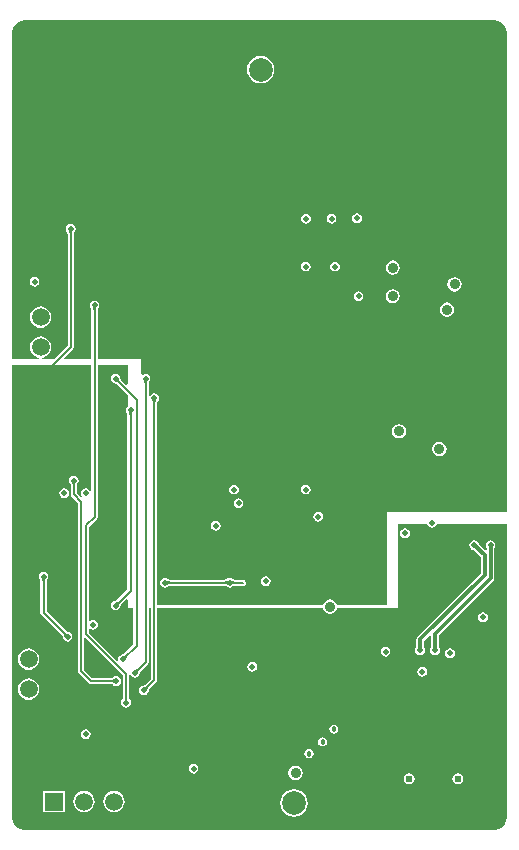
<source format=gbl>
G04*
G04 #@! TF.GenerationSoftware,Altium Limited,Altium Designer,19.0.4 (130)*
G04*
G04 Layer_Physical_Order=4*
G04 Layer_Color=16711680*
%FSLAX25Y25*%
%MOIN*%
G70*
G01*
G75*
%ADD18C,0.00800*%
%ADD43C,0.00827*%
%ADD48C,0.07874*%
%ADD98C,0.01200*%
%ADD100C,0.11811*%
%ADD101C,0.05906*%
%ADD102R,0.05906X0.05906*%
%ADD103R,0.05906X0.05906*%
%ADD104C,0.02441*%
%ADD105O,0.03150X0.07087*%
%ADD106C,0.01600*%
%ADD107C,0.01968*%
%ADD108C,0.02000*%
%ADD109C,0.03500*%
%ADD110C,0.01800*%
G36*
X163005Y270751D02*
X163942Y270363D01*
X164746Y269746D01*
X165363Y268942D01*
X165751Y268005D01*
X165881Y267015D01*
X165878Y267000D01*
X165878Y106900D01*
X126000D01*
Y76063D01*
X109284D01*
X109214Y76417D01*
X108694Y77194D01*
X107917Y77714D01*
X107000Y77896D01*
X106083Y77714D01*
X105306Y77194D01*
X104786Y76417D01*
X104716Y76063D01*
X49409D01*
Y143398D01*
X49439Y143464D01*
X49441Y143543D01*
X49446Y143595D01*
X49454Y143640D01*
X49463Y143678D01*
X49474Y143710D01*
X49485Y143738D01*
X49498Y143761D01*
X49511Y143782D01*
X49527Y143802D01*
X49564Y143842D01*
X49594Y143923D01*
X49897Y144376D01*
X50021Y145000D01*
X49897Y145624D01*
X49543Y146153D01*
X49014Y146507D01*
X48390Y146631D01*
X47765Y146507D01*
X47236Y146153D01*
X47020Y145829D01*
X46520Y145981D01*
Y149898D01*
X46549Y149964D01*
X46551Y150043D01*
X46556Y150095D01*
X46564Y150140D01*
X46573Y150178D01*
X46584Y150210D01*
X46595Y150238D01*
X46608Y150261D01*
X46622Y150283D01*
X46637Y150302D01*
X46674Y150342D01*
X46705Y150423D01*
X47007Y150876D01*
X47131Y151500D01*
X47007Y152124D01*
X46654Y152654D01*
X46124Y153007D01*
X45500Y153131D01*
X44876Y153007D01*
X44500Y152756D01*
X44000Y152966D01*
Y158000D01*
X29520D01*
Y174398D01*
X29549Y174464D01*
X29552Y174543D01*
X29557Y174595D01*
X29564Y174640D01*
X29573Y174678D01*
X29584Y174710D01*
X29595Y174738D01*
X29608Y174761D01*
X29621Y174783D01*
X29637Y174802D01*
X29674Y174842D01*
X29705Y174923D01*
X30007Y175376D01*
X30131Y176000D01*
X30007Y176624D01*
X29653Y177154D01*
X29124Y177507D01*
X28500Y177631D01*
X27876Y177507D01*
X27347Y177154D01*
X26993Y176624D01*
X26869Y176000D01*
X26993Y175376D01*
X27295Y174923D01*
X27326Y174842D01*
X27363Y174802D01*
X27379Y174782D01*
X27392Y174761D01*
X27405Y174738D01*
X27416Y174710D01*
X27427Y174678D01*
X27436Y174640D01*
X27444Y174595D01*
X27448Y174543D01*
X27451Y174464D01*
X27480Y174398D01*
Y158000D01*
X18595D01*
X18404Y158462D01*
X21260Y161318D01*
X21481Y161649D01*
X21559Y162039D01*
Y199859D01*
X21588Y199925D01*
X21591Y200003D01*
X21596Y200055D01*
X21603Y200100D01*
X21612Y200138D01*
X21623Y200171D01*
X21635Y200198D01*
X21647Y200222D01*
X21661Y200243D01*
X21676Y200263D01*
X21714Y200303D01*
X21744Y200384D01*
X22047Y200836D01*
X22171Y201461D01*
X22047Y202085D01*
X21693Y202614D01*
X21164Y202968D01*
X20539Y203092D01*
X19915Y202968D01*
X19386Y202614D01*
X19032Y202085D01*
X18908Y201461D01*
X19032Y200836D01*
X19335Y200384D01*
X19365Y200303D01*
X19402Y200263D01*
X19418Y200243D01*
X19432Y200222D01*
X19444Y200198D01*
X19456Y200171D01*
X19466Y200138D01*
X19476Y200100D01*
X19483Y200055D01*
X19488Y200003D01*
X19490Y199925D01*
X19520Y199859D01*
Y162462D01*
X15058Y158000D01*
X11166D01*
X11134Y158500D01*
X11428Y158539D01*
X12292Y158897D01*
X13034Y159466D01*
X13603Y160208D01*
X13961Y161073D01*
X14083Y162000D01*
X13961Y162927D01*
X13603Y163792D01*
X13034Y164534D01*
X12292Y165103D01*
X11428Y165461D01*
X10500Y165583D01*
X9572Y165461D01*
X8708Y165103D01*
X7966Y164534D01*
X7397Y163792D01*
X7039Y162927D01*
X6917Y162000D01*
X7039Y161073D01*
X7397Y160208D01*
X7966Y159466D01*
X8708Y158897D01*
X9572Y158539D01*
X9866Y158500D01*
X9834Y158000D01*
X1122D01*
Y265000D01*
Y267000D01*
X1119Y267014D01*
X1249Y268005D01*
X1637Y268942D01*
X2254Y269746D01*
X3058Y270363D01*
X3995Y270751D01*
X4986Y270881D01*
X5000Y270878D01*
X162000D01*
X162014Y270881D01*
X163005Y270751D01*
D02*
G37*
G36*
X21182Y200686D02*
X21131Y200620D01*
X21086Y200551D01*
X21047Y200477D01*
X21014Y200399D01*
X20987Y200317D01*
X20966Y200230D01*
X20951Y200139D01*
X20942Y200044D01*
X20939Y199944D01*
X20139D01*
X20136Y200044D01*
X20127Y200139D01*
X20112Y200230D01*
X20091Y200317D01*
X20064Y200399D01*
X20031Y200477D01*
X19992Y200551D01*
X19947Y200620D01*
X19896Y200686D01*
X19839Y200746D01*
X21239D01*
X21182Y200686D01*
D02*
G37*
G36*
X29143Y175225D02*
X29092Y175160D01*
X29047Y175090D01*
X29008Y175016D01*
X28975Y174938D01*
X28948Y174856D01*
X28927Y174769D01*
X28912Y174678D01*
X28903Y174583D01*
X28900Y174484D01*
X28100D01*
X28097Y174583D01*
X28088Y174678D01*
X28073Y174769D01*
X28052Y174856D01*
X28025Y174938D01*
X27992Y175016D01*
X27953Y175090D01*
X27908Y175160D01*
X27857Y175225D01*
X27800Y175286D01*
X29200D01*
X29143Y175225D01*
D02*
G37*
G36*
X36525Y151390D02*
X36534Y151308D01*
X36550Y151227D01*
X36574Y151147D01*
X36605Y151069D01*
X36643Y150991D01*
X36689Y150915D01*
X36743Y150840D01*
X36804Y150766D01*
X36872Y150694D01*
X36296Y150138D01*
X36224Y150206D01*
X36150Y150268D01*
X36075Y150322D01*
X35999Y150368D01*
X35922Y150408D01*
X35843Y150441D01*
X35763Y150466D01*
X35682Y150485D01*
X35600Y150496D01*
X35517Y150500D01*
X36523Y151473D01*
X36525Y151390D01*
D02*
G37*
G36*
X46143Y150725D02*
X46092Y150660D01*
X46047Y150590D01*
X46008Y150516D01*
X45975Y150438D01*
X45948Y150356D01*
X45927Y150269D01*
X45912Y150178D01*
X45903Y150083D01*
X45900Y149984D01*
X45100D01*
X45097Y150083D01*
X45088Y150178D01*
X45073Y150269D01*
X45052Y150356D01*
X45025Y150438D01*
X44992Y150516D01*
X44953Y150590D01*
X44908Y150660D01*
X44857Y150725D01*
X44800Y150786D01*
X46200D01*
X46143Y150725D01*
D02*
G37*
G36*
X39500Y149595D02*
X39038Y149404D01*
X37370Y151071D01*
X37345Y151139D01*
X37291Y151196D01*
X37258Y151236D01*
X37233Y151272D01*
X37213Y151305D01*
X37198Y151334D01*
X37188Y151360D01*
X37181Y151384D01*
X37176Y151407D01*
X37174Y151431D01*
X37173Y151485D01*
X37146Y151547D01*
X37031Y152124D01*
X36677Y152654D01*
X36148Y153007D01*
X35524Y153131D01*
X34899Y153007D01*
X34370Y152654D01*
X34016Y152124D01*
X33892Y151500D01*
X34016Y150876D01*
X34370Y150347D01*
X34899Y149993D01*
X35394Y149894D01*
X35485Y149851D01*
X35540Y149849D01*
X35566Y149845D01*
X35592Y149839D01*
X35620Y149830D01*
X35648Y149819D01*
X35680Y149802D01*
X35714Y149781D01*
X35752Y149754D01*
X35793Y149720D01*
X35851Y149666D01*
X35918Y149640D01*
X39500Y146058D01*
Y142256D01*
X39347Y142154D01*
X38993Y141624D01*
X38869Y141000D01*
X38993Y140376D01*
X39295Y139923D01*
X39326Y139842D01*
X39363Y139802D01*
X39379Y139782D01*
X39392Y139761D01*
X39405Y139738D01*
X39416Y139710D01*
X39427Y139678D01*
X39436Y139640D01*
X39443Y139595D01*
X39448Y139543D01*
X39451Y139464D01*
X39480Y139398D01*
Y81265D01*
X35935Y77720D01*
X35868Y77694D01*
X35811Y77640D01*
X35770Y77607D01*
X35733Y77580D01*
X35700Y77560D01*
X35669Y77544D01*
X35642Y77533D01*
X35616Y77525D01*
X35592Y77520D01*
X35566Y77517D01*
X35512Y77515D01*
X35433Y77479D01*
X34899Y77373D01*
X34370Y77020D01*
X34016Y76490D01*
X33892Y75866D01*
X34016Y75242D01*
X34370Y74713D01*
X34899Y74359D01*
X35524Y74235D01*
X36148Y74359D01*
X36677Y74713D01*
X37031Y75242D01*
X37137Y75776D01*
X37173Y75854D01*
X37174Y75909D01*
X37178Y75934D01*
X37183Y75959D01*
X37191Y75984D01*
X37202Y76012D01*
X37217Y76042D01*
X37238Y76076D01*
X37264Y76113D01*
X37298Y76153D01*
X37352Y76210D01*
X37377Y76278D01*
X39038Y77939D01*
X39500Y77747D01*
Y75000D01*
X41480D01*
Y62922D01*
X38412Y59854D01*
X38344Y59828D01*
X38287Y59774D01*
X38247Y59741D01*
X38210Y59714D01*
X38176Y59694D01*
X38146Y59678D01*
X38118Y59667D01*
X38092Y59659D01*
X38068Y59654D01*
X38043Y59651D01*
X37988Y59649D01*
X37910Y59613D01*
X37376Y59507D01*
X36847Y59153D01*
X36493Y58624D01*
X36369Y58000D01*
X36423Y57726D01*
X35962Y57480D01*
X26575Y66867D01*
Y67927D01*
X27075Y68194D01*
X27376Y67993D01*
X28000Y67869D01*
X28624Y67993D01*
X29153Y68347D01*
X29507Y68876D01*
X29631Y69500D01*
X29507Y70124D01*
X29153Y70653D01*
X28624Y71007D01*
X28000Y71131D01*
X27376Y71007D01*
X27075Y70806D01*
X26575Y71073D01*
Y102133D01*
X29221Y104779D01*
X29442Y105110D01*
X29520Y105500D01*
Y155900D01*
X39500D01*
Y149595D01*
D02*
G37*
G36*
X49033Y144225D02*
X48982Y144160D01*
X48937Y144090D01*
X48898Y144016D01*
X48865Y143938D01*
X48838Y143856D01*
X48817Y143769D01*
X48802Y143678D01*
X48793Y143583D01*
X48790Y143483D01*
X47990D01*
X47987Y143583D01*
X47978Y143678D01*
X47963Y143769D01*
X47942Y143856D01*
X47915Y143938D01*
X47882Y144016D01*
X47843Y144090D01*
X47798Y144160D01*
X47747Y144225D01*
X47690Y144286D01*
X49090D01*
X49033Y144225D01*
D02*
G37*
G36*
X41143Y140225D02*
X41092Y140160D01*
X41047Y140090D01*
X41008Y140016D01*
X40975Y139938D01*
X40948Y139856D01*
X40927Y139769D01*
X40912Y139678D01*
X40903Y139583D01*
X40900Y139483D01*
X40100D01*
X40097Y139583D01*
X40088Y139678D01*
X40073Y139769D01*
X40052Y139856D01*
X40025Y139938D01*
X39992Y140016D01*
X39953Y140090D01*
X39908Y140160D01*
X39857Y140225D01*
X39800Y140286D01*
X41200D01*
X41143Y140225D01*
D02*
G37*
G36*
X22260Y116725D02*
X22209Y116660D01*
X22164Y116590D01*
X22125Y116516D01*
X22092Y116438D01*
X22065Y116356D01*
X22044Y116269D01*
X22029Y116178D01*
X22020Y116083D01*
X22017Y115983D01*
X21217D01*
X21214Y116083D01*
X21205Y116178D01*
X21190Y116269D01*
X21169Y116356D01*
X21142Y116438D01*
X21109Y116516D01*
X21070Y116590D01*
X21025Y116660D01*
X20974Y116725D01*
X20917Y116786D01*
X22317D01*
X22260Y116725D01*
D02*
G37*
G36*
X27480Y114230D02*
X26980Y114087D01*
X26709Y114493D01*
X26179Y114847D01*
X25555Y114971D01*
X24931Y114847D01*
X24402Y114493D01*
X24048Y113964D01*
X23924Y113340D01*
X24048Y112716D01*
X24279Y112371D01*
X23890Y112052D01*
X22637Y113305D01*
Y115898D01*
X22666Y115964D01*
X22669Y116043D01*
X22674Y116095D01*
X22681Y116140D01*
X22690Y116178D01*
X22701Y116210D01*
X22713Y116238D01*
X22725Y116261D01*
X22739Y116282D01*
X22754Y116302D01*
X22792Y116342D01*
X22822Y116423D01*
X23124Y116876D01*
X23248Y117500D01*
X23124Y118124D01*
X22771Y118654D01*
X22241Y119007D01*
X21617Y119131D01*
X20993Y119007D01*
X20464Y118654D01*
X20110Y118124D01*
X19986Y117500D01*
X20110Y116876D01*
X20413Y116423D01*
X20443Y116342D01*
X20480Y116302D01*
X20496Y116282D01*
X20509Y116261D01*
X20522Y116238D01*
X20533Y116210D01*
X20544Y116178D01*
X20553Y116140D01*
X20561Y116095D01*
X20566Y116043D01*
X20568Y115964D01*
X20597Y115898D01*
Y112883D01*
X20675Y112493D01*
X20896Y112162D01*
X22980Y110078D01*
Y54000D01*
X23058Y53610D01*
X23279Y53279D01*
X26576Y49982D01*
X26907Y49761D01*
X27297Y49684D01*
X34125D01*
X34191Y49654D01*
X34269Y49652D01*
X34322Y49647D01*
X34366Y49639D01*
X34405Y49630D01*
X34437Y49619D01*
X34464Y49608D01*
X34488Y49595D01*
X34509Y49582D01*
X34529Y49566D01*
X34569Y49529D01*
X34650Y49499D01*
X35102Y49196D01*
X35727Y49072D01*
X36351Y49196D01*
X36880Y49550D01*
X37234Y50079D01*
X37358Y50703D01*
X37234Y51327D01*
X36880Y51857D01*
X36351Y52210D01*
X35727Y52334D01*
X35102Y52210D01*
X34650Y51908D01*
X34569Y51877D01*
X34529Y51840D01*
X34509Y51825D01*
X34488Y51811D01*
X34464Y51798D01*
X34437Y51787D01*
X34405Y51776D01*
X34366Y51767D01*
X34322Y51760D01*
X34269Y51755D01*
X34191Y51752D01*
X34125Y51723D01*
X27719D01*
X25020Y54422D01*
Y64885D01*
X25482Y65077D01*
X37980Y52578D01*
Y45102D01*
X37951Y45036D01*
X37949Y44957D01*
X37944Y44905D01*
X37936Y44860D01*
X37927Y44822D01*
X37916Y44790D01*
X37905Y44762D01*
X37892Y44739D01*
X37879Y44717D01*
X37863Y44698D01*
X37826Y44658D01*
X37795Y44577D01*
X37493Y44124D01*
X37369Y43500D01*
X37493Y42876D01*
X37846Y42347D01*
X38376Y41993D01*
X39000Y41869D01*
X39624Y41993D01*
X40154Y42347D01*
X40507Y42876D01*
X40631Y43500D01*
X40507Y44124D01*
X40205Y44577D01*
X40174Y44658D01*
X40137Y44698D01*
X40121Y44718D01*
X40108Y44739D01*
X40095Y44762D01*
X40084Y44790D01*
X40073Y44822D01*
X40064Y44860D01*
X40056Y44905D01*
X40051Y44957D01*
X40049Y45036D01*
X40020Y45102D01*
Y52602D01*
X40520Y52718D01*
X40799Y52299D01*
X41328Y51946D01*
X41953Y51821D01*
X42577Y51946D01*
X43106Y52299D01*
X43460Y52829D01*
X43566Y53363D01*
X43602Y53441D01*
X43604Y53496D01*
X43607Y53521D01*
X43612Y53545D01*
X43620Y53571D01*
X43631Y53598D01*
X43646Y53629D01*
X43667Y53662D01*
X43693Y53699D01*
X43727Y53740D01*
X43781Y53797D01*
X43806Y53864D01*
X46221Y56279D01*
X46442Y56610D01*
X46520Y57000D01*
Y75000D01*
X47370D01*
Y51407D01*
X45364Y49401D01*
X45297Y49375D01*
X45240Y49321D01*
X45199Y49288D01*
X45162Y49261D01*
X45129Y49241D01*
X45098Y49226D01*
X45071Y49214D01*
X45045Y49206D01*
X45021Y49201D01*
X44996Y49198D01*
X44941Y49196D01*
X44862Y49161D01*
X44328Y49054D01*
X43799Y48701D01*
X43446Y48171D01*
X43321Y47547D01*
X43446Y46923D01*
X43799Y46394D01*
X44328Y46040D01*
X44953Y45916D01*
X45577Y46040D01*
X46106Y46394D01*
X46460Y46923D01*
X46566Y47457D01*
X46602Y47535D01*
X46604Y47590D01*
X46607Y47615D01*
X46612Y47640D01*
X46620Y47665D01*
X46631Y47693D01*
X46646Y47723D01*
X46667Y47757D01*
X46693Y47794D01*
X46727Y47834D01*
X46781Y47892D01*
X46806Y47959D01*
X49111Y50263D01*
X49332Y50594D01*
X49409Y50984D01*
Y75000D01*
X104703D01*
X104786Y74583D01*
X105306Y73806D01*
X106083Y73286D01*
X107000Y73104D01*
X107917Y73286D01*
X108694Y73806D01*
X109214Y74583D01*
X109297Y75000D01*
X129800D01*
Y103000D01*
X139468D01*
X139493Y102876D01*
X139847Y102347D01*
X140376Y101993D01*
X141000Y101869D01*
X141624Y101993D01*
X142154Y102347D01*
X142507Y102876D01*
X142532Y103000D01*
X165878D01*
Y5000D01*
X165881Y4986D01*
X165751Y3995D01*
X165363Y3058D01*
X164746Y2254D01*
X163942Y1637D01*
X163005Y1249D01*
X162014Y1119D01*
X162000Y1122D01*
X5499D01*
X5490Y1122D01*
X5000Y1122D01*
X4524Y1179D01*
X3995Y1249D01*
X3058Y1637D01*
X2254Y2254D01*
X1637Y3058D01*
X1249Y3995D01*
X1119Y4986D01*
X1122Y5000D01*
Y155900D01*
X27480D01*
Y114230D01*
D02*
G37*
G36*
X36879Y76656D02*
X36810Y76583D01*
X36750Y76509D01*
X36696Y76434D01*
X36649Y76358D01*
X36610Y76281D01*
X36578Y76202D01*
X36554Y76123D01*
X36536Y76042D01*
X36526Y75960D01*
X36524Y75876D01*
X35534Y76866D01*
X35617Y76869D01*
X35699Y76879D01*
X35780Y76896D01*
X35860Y76921D01*
X35939Y76953D01*
X36016Y76992D01*
X36092Y77038D01*
X36167Y77092D01*
X36241Y77153D01*
X36313Y77221D01*
X36879Y76656D01*
D02*
G37*
G36*
X39355Y58789D02*
X39287Y58717D01*
X39226Y58643D01*
X39172Y58568D01*
X39126Y58492D01*
X39087Y58415D01*
X39055Y58336D01*
X39030Y58257D01*
X39013Y58176D01*
X39003Y58093D01*
X39000Y58010D01*
X38010Y59000D01*
X38093Y59003D01*
X38176Y59013D01*
X38257Y59030D01*
X38336Y59055D01*
X38415Y59087D01*
X38492Y59126D01*
X38568Y59172D01*
X38643Y59226D01*
X38717Y59287D01*
X38789Y59355D01*
X39355Y58789D01*
D02*
G37*
G36*
X43308Y54242D02*
X43240Y54170D01*
X43179Y54096D01*
X43125Y54021D01*
X43079Y53945D01*
X43039Y53868D01*
X43007Y53789D01*
X42983Y53709D01*
X42966Y53628D01*
X42955Y53546D01*
X42953Y53463D01*
X41963Y54453D01*
X42046Y54456D01*
X42128Y54466D01*
X42209Y54483D01*
X42289Y54507D01*
X42368Y54539D01*
X42445Y54579D01*
X42521Y54625D01*
X42596Y54679D01*
X42670Y54740D01*
X42742Y54808D01*
X43308Y54242D01*
D02*
G37*
G36*
X35013Y50003D02*
X34952Y50060D01*
X34886Y50111D01*
X34817Y50156D01*
X34743Y50195D01*
X34665Y50228D01*
X34583Y50255D01*
X34496Y50276D01*
X34405Y50291D01*
X34310Y50300D01*
X34210Y50303D01*
Y51103D01*
X34310Y51106D01*
X34405Y51115D01*
X34496Y51130D01*
X34583Y51151D01*
X34665Y51178D01*
X34743Y51211D01*
X34817Y51250D01*
X34886Y51295D01*
X34952Y51346D01*
X35013Y51403D01*
Y50003D01*
D02*
G37*
G36*
X46308Y48337D02*
X46240Y48264D01*
X46179Y48191D01*
X46125Y48116D01*
X46079Y48039D01*
X46039Y47962D01*
X46007Y47884D01*
X45983Y47804D01*
X45966Y47723D01*
X45956Y47641D01*
X45953Y47557D01*
X44963Y48547D01*
X45046Y48550D01*
X45128Y48560D01*
X45209Y48577D01*
X45289Y48602D01*
X45368Y48634D01*
X45445Y48673D01*
X45521Y48719D01*
X45596Y48773D01*
X45670Y48834D01*
X45742Y48902D01*
X46308Y48337D01*
D02*
G37*
G36*
X39403Y44917D02*
X39412Y44822D01*
X39427Y44731D01*
X39448Y44644D01*
X39475Y44562D01*
X39508Y44484D01*
X39547Y44410D01*
X39592Y44340D01*
X39643Y44275D01*
X39700Y44214D01*
X38300D01*
X38357Y44275D01*
X38408Y44340D01*
X38453Y44410D01*
X38492Y44484D01*
X38525Y44562D01*
X38552Y44644D01*
X38573Y44731D01*
X38588Y44822D01*
X38597Y44917D01*
X38600Y45017D01*
X39400D01*
X39403Y44917D01*
D02*
G37*
%LPC*%
G36*
X83890Y259076D02*
X82705Y258920D01*
X81602Y258463D01*
X80654Y257736D01*
X79927Y256788D01*
X79470Y255684D01*
X79314Y254500D01*
X79470Y253316D01*
X79927Y252212D01*
X80654Y251264D01*
X81602Y250537D01*
X82705Y250080D01*
X83890Y249924D01*
X85074Y250080D01*
X86178Y250537D01*
X87126Y251264D01*
X87853Y252212D01*
X88310Y253316D01*
X88466Y254500D01*
X88310Y255684D01*
X87853Y256788D01*
X87126Y257736D01*
X86178Y258463D01*
X85074Y258920D01*
X83890Y259076D01*
D02*
G37*
G36*
X116000Y206631D02*
X115376Y206507D01*
X114847Y206153D01*
X114493Y205624D01*
X114369Y205000D01*
X114493Y204376D01*
X114847Y203847D01*
X115376Y203493D01*
X116000Y203369D01*
X116624Y203493D01*
X117154Y203847D01*
X117507Y204376D01*
X117631Y205000D01*
X117507Y205624D01*
X117154Y206153D01*
X116624Y206507D01*
X116000Y206631D01*
D02*
G37*
G36*
X107500Y206383D02*
X106876Y206259D01*
X106346Y205906D01*
X105993Y205376D01*
X105869Y204752D01*
X105993Y204128D01*
X106346Y203598D01*
X106876Y203245D01*
X107500Y203121D01*
X108124Y203245D01*
X108653Y203598D01*
X109007Y204128D01*
X109131Y204752D01*
X109007Y205376D01*
X108653Y205906D01*
X108124Y206259D01*
X107500Y206383D01*
D02*
G37*
G36*
X99000D02*
X98376Y206259D01*
X97847Y205906D01*
X97493Y205376D01*
X97369Y204752D01*
X97493Y204128D01*
X97847Y203598D01*
X98376Y203245D01*
X99000Y203121D01*
X99624Y203245D01*
X100154Y203598D01*
X100507Y204128D01*
X100631Y204752D01*
X100507Y205376D01*
X100154Y205906D01*
X99624Y206259D01*
X99000Y206383D01*
D02*
G37*
G36*
X108661Y190470D02*
X108037Y190346D01*
X107508Y189992D01*
X107154Y189463D01*
X107030Y188839D01*
X107154Y188214D01*
X107508Y187685D01*
X108037Y187331D01*
X108661Y187207D01*
X109286Y187331D01*
X109815Y187685D01*
X110169Y188214D01*
X110293Y188839D01*
X110169Y189463D01*
X109815Y189992D01*
X109286Y190346D01*
X108661Y190470D01*
D02*
G37*
G36*
X98968D02*
X98344Y190346D01*
X97815Y189992D01*
X97461Y189463D01*
X97337Y188839D01*
X97461Y188214D01*
X97815Y187685D01*
X98344Y187331D01*
X98968Y187207D01*
X99593Y187331D01*
X100122Y187685D01*
X100476Y188214D01*
X100600Y188839D01*
X100476Y189463D01*
X100122Y189992D01*
X99593Y190346D01*
X98968Y190470D01*
D02*
G37*
G36*
X127894Y190896D02*
X126977Y190714D01*
X126199Y190194D01*
X125680Y189417D01*
X125498Y188500D01*
X125680Y187583D01*
X126199Y186806D01*
X126977Y186286D01*
X127894Y186104D01*
X128811Y186286D01*
X129588Y186806D01*
X130107Y187583D01*
X130290Y188500D01*
X130107Y189417D01*
X129588Y190194D01*
X128811Y190714D01*
X127894Y190896D01*
D02*
G37*
G36*
X8508Y185360D02*
X7884Y185236D01*
X7354Y184882D01*
X7001Y184353D01*
X6876Y183728D01*
X7001Y183104D01*
X7354Y182575D01*
X7884Y182221D01*
X8508Y182097D01*
X9132Y182221D01*
X9661Y182575D01*
X10015Y183104D01*
X10139Y183728D01*
X10015Y184353D01*
X9661Y184882D01*
X9132Y185236D01*
X8508Y185360D01*
D02*
G37*
G36*
X148500Y185302D02*
X147583Y185119D01*
X146806Y184600D01*
X146286Y183822D01*
X146104Y182905D01*
X146286Y181989D01*
X146806Y181211D01*
X147583Y180692D01*
X148500Y180509D01*
X149417Y180692D01*
X150194Y181211D01*
X150714Y181989D01*
X150896Y182905D01*
X150714Y183822D01*
X150194Y184600D01*
X149417Y185119D01*
X148500Y185302D01*
D02*
G37*
G36*
X116500Y180600D02*
X115876Y180476D01*
X115347Y180122D01*
X114993Y179593D01*
X114869Y178969D01*
X114993Y178344D01*
X115347Y177815D01*
X115876Y177461D01*
X116500Y177337D01*
X117124Y177461D01*
X117654Y177815D01*
X118007Y178344D01*
X118131Y178969D01*
X118007Y179593D01*
X117654Y180122D01*
X117124Y180476D01*
X116500Y180600D01*
D02*
G37*
G36*
X127894Y181365D02*
X126977Y181182D01*
X126199Y180663D01*
X125680Y179885D01*
X125498Y178969D01*
X125680Y178052D01*
X126199Y177274D01*
X126977Y176755D01*
X127894Y176573D01*
X128811Y176755D01*
X129588Y177274D01*
X130107Y178052D01*
X130290Y178969D01*
X130107Y179885D01*
X129588Y180663D01*
X128811Y181182D01*
X127894Y181365D01*
D02*
G37*
G36*
X146000Y176896D02*
X145083Y176714D01*
X144306Y176194D01*
X143786Y175417D01*
X143604Y174500D01*
X143786Y173583D01*
X144306Y172806D01*
X145083Y172286D01*
X146000Y172104D01*
X146917Y172286D01*
X147694Y172806D01*
X148214Y173583D01*
X148396Y174500D01*
X148214Y175417D01*
X147694Y176194D01*
X146917Y176714D01*
X146000Y176896D01*
D02*
G37*
G36*
X10500Y175583D02*
X9572Y175461D01*
X8708Y175103D01*
X7966Y174534D01*
X7397Y173792D01*
X7039Y172927D01*
X6917Y172000D01*
X7039Y171073D01*
X7397Y170208D01*
X7966Y169466D01*
X8708Y168897D01*
X9572Y168539D01*
X10500Y168417D01*
X11428Y168539D01*
X12292Y168897D01*
X13034Y169466D01*
X13603Y170208D01*
X13961Y171073D01*
X14083Y172000D01*
X13961Y172927D01*
X13603Y173792D01*
X13034Y174534D01*
X12292Y175103D01*
X11428Y175461D01*
X10500Y175583D01*
D02*
G37*
G36*
X130032Y136365D02*
X129115Y136182D01*
X128337Y135663D01*
X127818Y134885D01*
X127635Y133968D01*
X127818Y133052D01*
X128337Y132274D01*
X129115Y131755D01*
X130032Y131572D01*
X130948Y131755D01*
X131726Y132274D01*
X132245Y133052D01*
X132428Y133968D01*
X132245Y134885D01*
X131726Y135663D01*
X130948Y136182D01*
X130032Y136365D01*
D02*
G37*
G36*
X143437Y130459D02*
X142520Y130277D01*
X141743Y129757D01*
X141223Y128980D01*
X141041Y128063D01*
X141223Y127146D01*
X141743Y126369D01*
X142520Y125849D01*
X143437Y125667D01*
X144354Y125849D01*
X145131Y126369D01*
X145651Y127146D01*
X145833Y128063D01*
X145651Y128980D01*
X145131Y129757D01*
X144354Y130277D01*
X143437Y130459D01*
D02*
G37*
G36*
X98968Y116163D02*
X98344Y116039D01*
X97815Y115685D01*
X97461Y115156D01*
X97337Y114532D01*
X97461Y113907D01*
X97815Y113378D01*
X98344Y113024D01*
X98968Y112900D01*
X99593Y113024D01*
X100122Y113378D01*
X100476Y113907D01*
X100600Y114532D01*
X100476Y115156D01*
X100122Y115685D01*
X99593Y116039D01*
X98968Y116163D01*
D02*
G37*
G36*
X75000D02*
X74376Y116039D01*
X73847Y115685D01*
X73493Y115156D01*
X73369Y114532D01*
X73493Y113907D01*
X73847Y113378D01*
X74376Y113024D01*
X75000Y112900D01*
X75624Y113024D01*
X76153Y113378D01*
X76507Y113907D01*
X76631Y114532D01*
X76507Y115156D01*
X76153Y115685D01*
X75624Y116039D01*
X75000Y116163D01*
D02*
G37*
G36*
X76500Y111631D02*
X75876Y111507D01*
X75346Y111153D01*
X74993Y110624D01*
X74869Y110000D01*
X74993Y109376D01*
X75346Y108846D01*
X75876Y108493D01*
X76500Y108369D01*
X77124Y108493D01*
X77653Y108846D01*
X78007Y109376D01*
X78131Y110000D01*
X78007Y110624D01*
X77653Y111153D01*
X77124Y111507D01*
X76500Y111631D01*
D02*
G37*
G36*
X103032Y107131D02*
X102407Y107007D01*
X101878Y106653D01*
X101524Y106124D01*
X101400Y105500D01*
X101524Y104876D01*
X101878Y104347D01*
X102407Y103993D01*
X103032Y103869D01*
X103656Y103993D01*
X104185Y104347D01*
X104539Y104876D01*
X104663Y105500D01*
X104539Y106124D01*
X104185Y106653D01*
X103656Y107007D01*
X103032Y107131D01*
D02*
G37*
G36*
X68968Y104100D02*
X68344Y103976D01*
X67815Y103622D01*
X67461Y103093D01*
X67337Y102469D01*
X67461Y101844D01*
X67815Y101315D01*
X68344Y100961D01*
X68968Y100837D01*
X69593Y100961D01*
X70122Y101315D01*
X70476Y101844D01*
X70600Y102469D01*
X70476Y103093D01*
X70122Y103622D01*
X69593Y103976D01*
X68968Y104100D01*
D02*
G37*
G36*
X73500Y85131D02*
X72876Y85007D01*
X72369Y84669D01*
X72315Y84647D01*
X72277Y84610D01*
X72259Y84595D01*
X72240Y84582D01*
X72219Y84570D01*
X72193Y84560D01*
X72163Y84549D01*
X72126Y84540D01*
X72083Y84533D01*
X72032Y84528D01*
X71953Y84526D01*
X71888Y84496D01*
X53591D01*
X53525Y84526D01*
X53446Y84528D01*
X53393Y84533D01*
X53346Y84540D01*
X53306Y84550D01*
X53272Y84561D01*
X53242Y84573D01*
X53217Y84586D01*
X53193Y84600D01*
X53172Y84617D01*
X53130Y84654D01*
X53030Y84689D01*
X52624Y84960D01*
X52000Y85084D01*
X51376Y84960D01*
X50846Y84606D01*
X50493Y84077D01*
X50369Y83453D01*
X50493Y82828D01*
X50846Y82299D01*
X51376Y81946D01*
X52000Y81821D01*
X52624Y81946D01*
X53131Y82284D01*
X53185Y82306D01*
X53223Y82343D01*
X53241Y82358D01*
X53260Y82371D01*
X53281Y82382D01*
X53307Y82393D01*
X53337Y82403D01*
X53373Y82412D01*
X53417Y82420D01*
X53468Y82425D01*
X53547Y82427D01*
X53612Y82457D01*
X71909D01*
X71975Y82427D01*
X72054Y82425D01*
X72107Y82420D01*
X72154Y82412D01*
X72194Y82403D01*
X72228Y82392D01*
X72258Y82380D01*
X72283Y82367D01*
X72307Y82353D01*
X72328Y82336D01*
X72370Y82299D01*
X72470Y82264D01*
X72876Y81993D01*
X73500Y81869D01*
X74124Y81993D01*
X74530Y82264D01*
X74630Y82299D01*
X74672Y82336D01*
X74693Y82353D01*
X74717Y82367D01*
X74742Y82380D01*
X74772Y82392D01*
X74806Y82403D01*
X74846Y82412D01*
X74893Y82420D01*
X74946Y82425D01*
X75025Y82427D01*
X75091Y82457D01*
X77976D01*
X78367Y82534D01*
X78697Y82755D01*
X78918Y83086D01*
X78996Y83476D01*
X78918Y83867D01*
X78697Y84197D01*
X78674Y84221D01*
X78343Y84442D01*
X77953Y84520D01*
X75102D01*
X75036Y84549D01*
X74957Y84552D01*
X74905Y84556D01*
X74860Y84564D01*
X74822Y84573D01*
X74790Y84584D01*
X74762Y84595D01*
X74739Y84608D01*
X74717Y84622D01*
X74698Y84637D01*
X74658Y84674D01*
X74577Y84705D01*
X74124Y85007D01*
X73500Y85131D01*
D02*
G37*
G36*
X85563Y85600D02*
X84939Y85476D01*
X84409Y85122D01*
X84056Y84593D01*
X83932Y83969D01*
X84056Y83344D01*
X84409Y82815D01*
X84939Y82461D01*
X85563Y82337D01*
X86187Y82461D01*
X86717Y82815D01*
X87070Y83344D01*
X87194Y83969D01*
X87070Y84593D01*
X86717Y85122D01*
X86187Y85476D01*
X85563Y85600D01*
D02*
G37*
%LPD*%
G36*
X74275Y84143D02*
X74340Y84092D01*
X74410Y84047D01*
X74484Y84008D01*
X74562Y83975D01*
X74644Y83948D01*
X74731Y83927D01*
X74822Y83912D01*
X74917Y83903D01*
X75016Y83900D01*
Y83877D01*
X75027Y83876D01*
X75016Y83491D01*
Y83100D01*
X75006Y83100D01*
X75006Y83076D01*
X74906Y83074D01*
X74811Y83065D01*
X74720Y83050D01*
X74633Y83030D01*
X74550Y83003D01*
X74471Y82971D01*
X74397Y82933D01*
X74326Y82889D01*
X74260Y82839D01*
X74197Y82783D01*
X73500Y83467D01*
X72803Y82783D01*
X72740Y82839D01*
X72674Y82889D01*
X72603Y82933D01*
X72529Y82971D01*
X72450Y83003D01*
X72367Y83030D01*
X72280Y83050D01*
X72189Y83065D01*
X72094Y83074D01*
X71994Y83076D01*
X71974Y83876D01*
X72073Y83879D01*
X72168Y83889D01*
X72259Y83904D01*
X72345Y83925D01*
X72427Y83953D01*
X72505Y83987D01*
X72578Y84027D01*
X72646Y84073D01*
X72710Y84125D01*
X72769Y84183D01*
X73500Y83467D01*
X74214Y84167D01*
Y84200D01*
X74275Y84143D01*
D02*
G37*
G36*
X52760Y84114D02*
X52826Y84064D01*
X52897Y84020D01*
X52971Y83982D01*
X53050Y83950D01*
X53133Y83923D01*
X53220Y83903D01*
X53311Y83888D01*
X53406Y83879D01*
X53506Y83876D01*
X53527Y83076D01*
X53427Y83073D01*
X53332Y83064D01*
X53241Y83049D01*
X53155Y83027D01*
X53073Y83000D01*
X52995Y82966D01*
X52922Y82926D01*
X52854Y82880D01*
X52790Y82828D01*
X52731Y82770D01*
X52697Y84169D01*
X52760Y84114D01*
D02*
G37*
%LPC*%
G36*
X18419Y114890D02*
X17794Y114766D01*
X17265Y114412D01*
X16911Y113883D01*
X16787Y113259D01*
X16911Y112634D01*
X17265Y112105D01*
X17794Y111751D01*
X18419Y111627D01*
X19043Y111751D01*
X19572Y112105D01*
X19926Y112634D01*
X20050Y113259D01*
X19926Y113883D01*
X19572Y114412D01*
X19043Y114766D01*
X18419Y114890D01*
D02*
G37*
G36*
X132000Y101631D02*
X131376Y101507D01*
X130847Y101154D01*
X130493Y100624D01*
X130369Y100000D01*
X130493Y99376D01*
X130847Y98847D01*
X131376Y98493D01*
X132000Y98369D01*
X132624Y98493D01*
X133153Y98847D01*
X133507Y99376D01*
X133631Y100000D01*
X133507Y100624D01*
X133153Y101154D01*
X132624Y101507D01*
X132000Y101631D01*
D02*
G37*
G36*
X160500Y97631D02*
X159876Y97507D01*
X159346Y97154D01*
X158993Y96624D01*
X158869Y96000D01*
X158993Y95376D01*
X159220Y95035D01*
X159220Y95031D01*
X159221Y95023D01*
X159221Y95018D01*
X159227Y95002D01*
X159228Y94998D01*
X159229Y94988D01*
X159250Y94688D01*
X159251Y94594D01*
X159160Y94352D01*
X158598Y94207D01*
X156977Y95828D01*
X156952Y95889D01*
X156881Y95962D01*
X156768Y96084D01*
X156695Y96174D01*
X156683Y96191D01*
X156681Y96195D01*
X156674Y96210D01*
X156670Y96213D01*
X156666Y96220D01*
X156662Y96223D01*
X156582Y96624D01*
X156228Y97154D01*
X155699Y97507D01*
X155075Y97631D01*
X154451Y97507D01*
X153921Y97154D01*
X153568Y96624D01*
X153444Y96000D01*
X153568Y95376D01*
X153921Y94846D01*
X154451Y94493D01*
X154852Y94413D01*
X154855Y94409D01*
X154861Y94405D01*
X154865Y94401D01*
X154880Y94394D01*
X154884Y94392D01*
X154892Y94386D01*
X155119Y94188D01*
X155185Y94122D01*
X155247Y94098D01*
X157276Y92068D01*
Y86550D01*
X136135Y65408D01*
X135870Y65012D01*
X135776Y64543D01*
Y62467D01*
X135751Y62406D01*
X135750Y62304D01*
X135743Y62138D01*
X135731Y62023D01*
X135728Y62002D01*
X135727Y61998D01*
X135721Y61982D01*
X135722Y61977D01*
X135720Y61969D01*
X135720Y61965D01*
X135493Y61624D01*
X135369Y61000D01*
X135493Y60376D01*
X135846Y59847D01*
X136376Y59493D01*
X137000Y59369D01*
X137624Y59493D01*
X138154Y59847D01*
X138507Y60376D01*
X138631Y61000D01*
X138507Y61624D01*
X138280Y61965D01*
X138280Y61969D01*
X138278Y61977D01*
X138279Y61982D01*
X138273Y61998D01*
X138272Y62002D01*
X138271Y62012D01*
X138250Y62312D01*
X138249Y62406D01*
X138224Y62467D01*
Y64037D01*
X140277Y66089D01*
X140777Y65882D01*
Y62467D01*
X140751Y62406D01*
X140750Y62304D01*
X140743Y62138D01*
X140731Y62023D01*
X140728Y62002D01*
X140727Y61998D01*
X140721Y61982D01*
X140721Y61977D01*
X140720Y61969D01*
X140720Y61965D01*
X140493Y61624D01*
X140369Y61000D01*
X140493Y60376D01*
X140847Y59847D01*
X141376Y59493D01*
X142000Y59369D01*
X142624Y59493D01*
X143154Y59847D01*
X143507Y60376D01*
X143631Y61000D01*
X143507Y61624D01*
X143280Y61965D01*
X143280Y61969D01*
X143279Y61977D01*
X143279Y61982D01*
X143273Y61998D01*
X143272Y62002D01*
X143271Y62012D01*
X143250Y62312D01*
X143249Y62406D01*
X143224Y62467D01*
Y65993D01*
X161365Y84135D01*
X161630Y84532D01*
X161723Y85000D01*
Y94533D01*
X161749Y94594D01*
X161750Y94696D01*
X161757Y94862D01*
X161769Y94977D01*
X161772Y94998D01*
X161773Y95002D01*
X161779Y95018D01*
X161778Y95023D01*
X161780Y95031D01*
X161780Y95035D01*
X162007Y95376D01*
X162131Y96000D01*
X162007Y96624D01*
X161653Y97154D01*
X161124Y97507D01*
X160500Y97631D01*
D02*
G37*
G36*
X158000Y73631D02*
X157376Y73507D01*
X156846Y73154D01*
X156493Y72624D01*
X156369Y72000D01*
X156493Y71376D01*
X156846Y70846D01*
X157376Y70493D01*
X158000Y70369D01*
X158624Y70493D01*
X159153Y70846D01*
X159507Y71376D01*
X159631Y72000D01*
X159507Y72624D01*
X159153Y73154D01*
X158624Y73507D01*
X158000Y73631D01*
D02*
G37*
G36*
X11500Y87131D02*
X10876Y87007D01*
X10346Y86654D01*
X9993Y86124D01*
X9869Y85500D01*
X9993Y84876D01*
X10295Y84423D01*
X10326Y84342D01*
X10363Y84302D01*
X10379Y84282D01*
X10392Y84261D01*
X10405Y84238D01*
X10416Y84210D01*
X10427Y84178D01*
X10436Y84140D01*
X10444Y84095D01*
X10448Y84043D01*
X10451Y83964D01*
X10480Y83898D01*
Y73500D01*
X10558Y73110D01*
X10779Y72779D01*
X17646Y65912D01*
X17672Y65844D01*
X17726Y65787D01*
X17759Y65747D01*
X17786Y65710D01*
X17806Y65676D01*
X17822Y65646D01*
X17833Y65618D01*
X17841Y65592D01*
X17846Y65568D01*
X17849Y65543D01*
X17851Y65488D01*
X17887Y65410D01*
X17993Y64876D01*
X18347Y64346D01*
X18876Y63993D01*
X19500Y63869D01*
X20124Y63993D01*
X20653Y64346D01*
X21007Y64876D01*
X21131Y65500D01*
X21007Y66124D01*
X20653Y66654D01*
X20124Y67007D01*
X19590Y67113D01*
X19512Y67149D01*
X19457Y67151D01*
X19432Y67154D01*
X19408Y67159D01*
X19382Y67167D01*
X19354Y67178D01*
X19324Y67194D01*
X19290Y67214D01*
X19253Y67241D01*
X19213Y67274D01*
X19156Y67328D01*
X19088Y67354D01*
X12520Y73922D01*
Y83898D01*
X12549Y83964D01*
X12551Y84043D01*
X12556Y84095D01*
X12564Y84140D01*
X12573Y84178D01*
X12584Y84210D01*
X12595Y84238D01*
X12608Y84261D01*
X12621Y84282D01*
X12637Y84302D01*
X12674Y84342D01*
X12705Y84423D01*
X13007Y84876D01*
X13131Y85500D01*
X13007Y86124D01*
X12653Y86654D01*
X12124Y87007D01*
X11500Y87131D01*
D02*
G37*
G36*
X125500Y62131D02*
X124876Y62007D01*
X124346Y61654D01*
X123993Y61124D01*
X123869Y60500D01*
X123993Y59876D01*
X124346Y59346D01*
X124876Y58993D01*
X125500Y58869D01*
X126124Y58993D01*
X126654Y59346D01*
X127007Y59876D01*
X127131Y60500D01*
X127007Y61124D01*
X126654Y61654D01*
X126124Y62007D01*
X125500Y62131D01*
D02*
G37*
G36*
X147000Y61631D02*
X146376Y61507D01*
X145846Y61154D01*
X145493Y60624D01*
X145369Y60000D01*
X145493Y59376D01*
X145846Y58846D01*
X146376Y58493D01*
X147000Y58369D01*
X147624Y58493D01*
X148153Y58846D01*
X148507Y59376D01*
X148631Y60000D01*
X148507Y60624D01*
X148153Y61154D01*
X147624Y61507D01*
X147000Y61631D01*
D02*
G37*
G36*
X6500Y61583D02*
X5573Y61461D01*
X4708Y61103D01*
X3966Y60534D01*
X3397Y59792D01*
X3039Y58927D01*
X2917Y58000D01*
X3039Y57073D01*
X3397Y56208D01*
X3966Y55466D01*
X4708Y54897D01*
X5573Y54539D01*
X6500Y54417D01*
X7428Y54539D01*
X8292Y54897D01*
X9034Y55466D01*
X9603Y56208D01*
X9961Y57073D01*
X10083Y58000D01*
X9961Y58927D01*
X9603Y59792D01*
X9034Y60534D01*
X8292Y61103D01*
X7428Y61461D01*
X6500Y61583D01*
D02*
G37*
G36*
X81079Y57053D02*
X80454Y56928D01*
X79925Y56575D01*
X79572Y56046D01*
X79447Y55421D01*
X79572Y54797D01*
X79925Y54268D01*
X80454Y53914D01*
X81079Y53790D01*
X81703Y53914D01*
X82232Y54268D01*
X82586Y54797D01*
X82710Y55421D01*
X82586Y56046D01*
X82232Y56575D01*
X81703Y56928D01*
X81079Y57053D01*
D02*
G37*
G36*
X137760Y55371D02*
X137136Y55247D01*
X136606Y54894D01*
X136253Y54364D01*
X136128Y53740D01*
X136253Y53116D01*
X136606Y52587D01*
X137136Y52233D01*
X137760Y52109D01*
X138384Y52233D01*
X138913Y52587D01*
X139267Y53116D01*
X139391Y53740D01*
X139267Y54364D01*
X138913Y54894D01*
X138384Y55247D01*
X137760Y55371D01*
D02*
G37*
G36*
X6500Y51583D02*
X5573Y51461D01*
X4708Y51103D01*
X3966Y50534D01*
X3397Y49792D01*
X3039Y48927D01*
X2917Y48000D01*
X3039Y47073D01*
X3397Y46208D01*
X3966Y45466D01*
X4708Y44897D01*
X5573Y44539D01*
X6500Y44417D01*
X7428Y44539D01*
X8292Y44897D01*
X9034Y45466D01*
X9603Y46208D01*
X9961Y47073D01*
X10083Y48000D01*
X9961Y48927D01*
X9603Y49792D01*
X9034Y50534D01*
X8292Y51103D01*
X7428Y51461D01*
X6500Y51583D01*
D02*
G37*
G36*
X108300Y36171D02*
X107715Y36055D01*
X107219Y35723D01*
X106887Y35227D01*
X106771Y34642D01*
X106887Y34056D01*
X107219Y33560D01*
X107715Y33229D01*
X108300Y33112D01*
X108885Y33229D01*
X109381Y33560D01*
X109713Y34056D01*
X109829Y34642D01*
X109713Y35227D01*
X109381Y35723D01*
X108885Y36055D01*
X108300Y36171D01*
D02*
G37*
G36*
X25555Y34631D02*
X24931Y34507D01*
X24402Y34154D01*
X24048Y33624D01*
X23924Y33000D01*
X24048Y32376D01*
X24402Y31846D01*
X24931Y31493D01*
X25555Y31369D01*
X26179Y31493D01*
X26709Y31846D01*
X27062Y32376D01*
X27187Y33000D01*
X27062Y33624D01*
X26709Y34154D01*
X26179Y34507D01*
X25555Y34631D01*
D02*
G37*
G36*
X104500Y31970D02*
X103915Y31853D01*
X103419Y31522D01*
X103087Y31026D01*
X102971Y30440D01*
X103087Y29855D01*
X103419Y29359D01*
X103915Y29027D01*
X104500Y28911D01*
X105085Y29027D01*
X105581Y29359D01*
X105913Y29855D01*
X106029Y30440D01*
X105913Y31026D01*
X105581Y31522D01*
X105085Y31853D01*
X104500Y31970D01*
D02*
G37*
G36*
X100000Y28029D02*
X99415Y27913D01*
X98919Y27581D01*
X98587Y27085D01*
X98471Y26500D01*
X98587Y25915D01*
X98919Y25419D01*
X99415Y25087D01*
X100000Y24971D01*
X100585Y25087D01*
X101081Y25419D01*
X101413Y25915D01*
X101529Y26500D01*
X101413Y27085D01*
X101081Y27581D01*
X100585Y27913D01*
X100000Y28029D01*
D02*
G37*
G36*
X61500Y23131D02*
X60876Y23007D01*
X60347Y22654D01*
X59993Y22124D01*
X59869Y21500D01*
X59993Y20876D01*
X60347Y20346D01*
X60876Y19993D01*
X61500Y19869D01*
X62124Y19993D01*
X62653Y20346D01*
X63007Y20876D01*
X63131Y21500D01*
X63007Y22124D01*
X62653Y22654D01*
X62124Y23007D01*
X61500Y23131D01*
D02*
G37*
G36*
X95500Y22396D02*
X94583Y22214D01*
X93806Y21694D01*
X93286Y20917D01*
X93104Y20000D01*
X93286Y19083D01*
X93806Y18306D01*
X94583Y17786D01*
X95500Y17604D01*
X96417Y17786D01*
X97194Y18306D01*
X97714Y19083D01*
X97896Y20000D01*
X97714Y20917D01*
X97194Y21694D01*
X96417Y22214D01*
X95500Y22396D01*
D02*
G37*
G36*
X149571Y19995D02*
X148861Y19853D01*
X148258Y19451D01*
X147856Y18849D01*
X147715Y18139D01*
X147856Y17428D01*
X148258Y16826D01*
X148861Y16424D01*
X149571Y16282D01*
X150281Y16424D01*
X150883Y16826D01*
X151286Y17428D01*
X151427Y18139D01*
X151286Y18849D01*
X150883Y19451D01*
X150281Y19853D01*
X149571Y19995D01*
D02*
G37*
G36*
X133429D02*
X132719Y19853D01*
X132117Y19451D01*
X131714Y18849D01*
X131573Y18139D01*
X131714Y17428D01*
X132117Y16826D01*
X132719Y16424D01*
X133429Y16282D01*
X134139Y16424D01*
X134742Y16826D01*
X135144Y17428D01*
X135285Y18139D01*
X135144Y18849D01*
X134742Y19451D01*
X134139Y19853D01*
X133429Y19995D01*
D02*
G37*
G36*
X18553Y14053D02*
X11447D01*
Y6947D01*
X18553D01*
Y14053D01*
D02*
G37*
G36*
X35000Y14083D02*
X34073Y13961D01*
X33208Y13603D01*
X32466Y13034D01*
X31897Y12292D01*
X31539Y11428D01*
X31417Y10500D01*
X31539Y9572D01*
X31897Y8708D01*
X32466Y7966D01*
X33208Y7397D01*
X34073Y7039D01*
X35000Y6917D01*
X35927Y7039D01*
X36792Y7397D01*
X37534Y7966D01*
X38103Y8708D01*
X38461Y9572D01*
X38583Y10500D01*
X38461Y11428D01*
X38103Y12292D01*
X37534Y13034D01*
X36792Y13603D01*
X35927Y13961D01*
X35000Y14083D01*
D02*
G37*
G36*
X25000D02*
X24073Y13961D01*
X23208Y13603D01*
X22466Y13034D01*
X21897Y12292D01*
X21539Y11428D01*
X21417Y10500D01*
X21539Y9572D01*
X21897Y8708D01*
X22466Y7966D01*
X23208Y7397D01*
X24073Y7039D01*
X25000Y6917D01*
X25927Y7039D01*
X26792Y7397D01*
X27534Y7966D01*
X28103Y8708D01*
X28461Y9572D01*
X28583Y10500D01*
X28461Y11428D01*
X28103Y12292D01*
X27534Y13034D01*
X26792Y13603D01*
X25927Y13961D01*
X25000Y14083D01*
D02*
G37*
G36*
X95000Y14576D02*
X93816Y14420D01*
X92712Y13963D01*
X91764Y13236D01*
X91037Y12288D01*
X90580Y11184D01*
X90424Y10000D01*
X90580Y8816D01*
X91037Y7712D01*
X91764Y6764D01*
X92712Y6037D01*
X93816Y5580D01*
X95000Y5424D01*
X96184Y5580D01*
X97288Y6037D01*
X98236Y6764D01*
X98963Y7712D01*
X99420Y8816D01*
X99576Y10000D01*
X99420Y11184D01*
X98963Y12288D01*
X98236Y13236D01*
X97288Y13963D01*
X96184Y14420D01*
X95000Y14576D01*
D02*
G37*
%LPD*%
G36*
X161181Y95261D02*
X161164Y95227D01*
X161149Y95183D01*
X161136Y95129D01*
X161125Y95065D01*
X161109Y94909D01*
X161101Y94713D01*
X161100Y94600D01*
X159900D01*
X159899Y94713D01*
X159875Y95065D01*
X159864Y95129D01*
X159851Y95183D01*
X159836Y95227D01*
X159819Y95261D01*
X159800Y95286D01*
X161200D01*
X161181Y95261D01*
D02*
G37*
G36*
X156079Y95959D02*
X156091Y95923D01*
X156111Y95881D01*
X156140Y95834D01*
X156178Y95781D01*
X156277Y95659D01*
X156410Y95515D01*
X156489Y95434D01*
X155640Y94586D01*
X155560Y94665D01*
X155294Y94897D01*
X155241Y94934D01*
X155194Y94963D01*
X155152Y94984D01*
X155116Y94996D01*
X155085Y95000D01*
X156075Y95990D01*
X156079Y95959D01*
D02*
G37*
G36*
X142601Y62287D02*
X142625Y61935D01*
X142636Y61871D01*
X142649Y61817D01*
X142664Y61773D01*
X142681Y61739D01*
X142700Y61714D01*
X141300D01*
X141319Y61739D01*
X141336Y61773D01*
X141351Y61817D01*
X141364Y61871D01*
X141375Y61935D01*
X141391Y62091D01*
X141399Y62287D01*
X141400Y62400D01*
X142600D01*
X142601Y62287D01*
D02*
G37*
G36*
X137601D02*
X137625Y61935D01*
X137636Y61871D01*
X137649Y61817D01*
X137664Y61773D01*
X137681Y61739D01*
X137700Y61714D01*
X136300D01*
X136319Y61739D01*
X136336Y61773D01*
X136351Y61817D01*
X136364Y61871D01*
X136375Y61935D01*
X136391Y62091D01*
X136399Y62287D01*
X136400Y62400D01*
X137600D01*
X137601Y62287D01*
D02*
G37*
G36*
X12143Y84725D02*
X12092Y84660D01*
X12047Y84590D01*
X12008Y84516D01*
X11975Y84438D01*
X11948Y84356D01*
X11927Y84269D01*
X11912Y84178D01*
X11903Y84083D01*
X11900Y83983D01*
X11100D01*
X11097Y84083D01*
X11088Y84178D01*
X11073Y84269D01*
X11052Y84356D01*
X11025Y84438D01*
X10992Y84516D01*
X10953Y84590D01*
X10908Y84660D01*
X10857Y84725D01*
X10800Y84786D01*
X12200D01*
X12143Y84725D01*
D02*
G37*
G36*
X18783Y66787D02*
X18857Y66726D01*
X18932Y66672D01*
X19008Y66626D01*
X19085Y66587D01*
X19164Y66555D01*
X19243Y66530D01*
X19324Y66513D01*
X19407Y66503D01*
X19490Y66500D01*
X18500Y65510D01*
X18497Y65593D01*
X18487Y65676D01*
X18470Y65757D01*
X18445Y65836D01*
X18413Y65915D01*
X18374Y65992D01*
X18328Y66068D01*
X18274Y66143D01*
X18213Y66217D01*
X18145Y66290D01*
X18711Y66855D01*
X18783Y66787D01*
D02*
G37*
D18*
X20539Y162039D02*
Y201461D01*
X10500Y152000D02*
X20539Y162039D01*
X28500Y105500D02*
Y176000D01*
X25555Y102555D02*
X28500Y105500D01*
X25555Y66445D02*
Y102555D01*
X21617Y112883D02*
X24000Y110500D01*
Y54000D02*
Y110500D01*
X21617Y112883D02*
Y117500D01*
X25555Y66445D02*
X39000Y53000D01*
Y43500D02*
Y53000D01*
X24000Y54000D02*
X27297Y50703D01*
X35727D01*
X48390Y50984D02*
Y145000D01*
X44953Y47547D02*
X48390Y50984D01*
X45500Y57000D02*
Y151500D01*
X41953Y53453D02*
X45500Y57000D01*
X35524Y151476D02*
Y151500D01*
Y151476D02*
X42500Y144500D01*
Y62500D02*
Y144500D01*
X38000Y58000D02*
X42500Y62500D01*
X40500Y80843D02*
Y141000D01*
X35524Y75866D02*
X40500Y80843D01*
X52024Y83476D02*
X77976D01*
X73500Y83500D02*
X77953D01*
X77976Y83476D01*
X11500Y73500D02*
Y85500D01*
Y73500D02*
X19500Y65500D01*
X118254Y32742D02*
X118256Y32744D01*
X102868Y32742D02*
X118254D01*
X100969Y34642D02*
X102868Y32742D01*
X52000Y83453D02*
X52024Y83476D01*
D43*
X100969Y34642D02*
D03*
Y36217D02*
D03*
X99394Y34642D02*
D03*
D48*
X95000Y10000D02*
D03*
X77500D02*
D03*
X62400D02*
D03*
X83890Y254500D02*
D03*
D98*
X155075Y96000D02*
X158500Y92575D01*
Y86043D02*
Y92575D01*
X137000Y64543D02*
X158500Y86043D01*
X137000Y61000D02*
Y64543D01*
X160500Y85000D02*
Y96000D01*
X142000Y66500D02*
X160500Y85000D01*
X142000Y61000D02*
Y66500D01*
D100*
X109394Y161000D02*
D03*
X59000D02*
D03*
D101*
X10500Y172000D02*
D03*
Y162000D02*
D03*
X6500Y58000D02*
D03*
Y48000D02*
D03*
X45000Y10500D02*
D03*
X35000D02*
D03*
X25000D02*
D03*
D102*
X10500Y152000D02*
D03*
X6500Y38000D02*
D03*
D103*
X15000Y10500D02*
D03*
D104*
X133429Y18139D02*
D03*
X149571D02*
D03*
D105*
X155575Y9674D02*
D03*
X127425D02*
D03*
Y23257D02*
D03*
X155575D02*
D03*
D106*
X153000Y151500D02*
D03*
X152000Y131000D02*
D03*
X140512Y142000D02*
D03*
X146618Y164000D02*
D03*
X117000Y124000D02*
D03*
X125500Y146000D02*
D03*
X133000Y158000D02*
D03*
X111000Y142000D02*
D03*
X58000Y127000D02*
D03*
X66000Y139000D02*
D03*
X55000Y147000D02*
D03*
X70000Y170153D02*
D03*
X149571Y206000D02*
D03*
X129000Y200000D02*
D03*
X134000Y216000D02*
D03*
X149571Y224100D02*
D03*
X147000Y241000D02*
D03*
X129000Y232000D02*
D03*
X110600Y225000D02*
D03*
X106000Y240000D02*
D03*
X125000Y245000D02*
D03*
X148500Y258000D02*
D03*
X131000Y259000D02*
D03*
X113000Y257000D02*
D03*
X63000Y193000D02*
D03*
X46000Y198000D02*
D03*
X58000Y209531D02*
D03*
X43000Y215000D02*
D03*
X18419Y217000D02*
D03*
X32000Y225900D02*
D03*
X67000Y225000D02*
D03*
X52327Y229000D02*
D03*
X12000Y232000D02*
D03*
X47000Y244000D02*
D03*
X25469Y240000D02*
D03*
X33032Y254000D02*
D03*
X64000Y248000D02*
D03*
X48779Y259000D02*
D03*
X16000D02*
D03*
X162000Y121000D02*
D03*
Y128000D02*
D03*
Y135000D02*
D03*
Y142000D02*
D03*
Y149000D02*
D03*
Y156000D02*
D03*
Y163000D02*
D03*
Y170088D02*
D03*
Y177000D02*
D03*
Y184000D02*
D03*
Y191000D02*
D03*
Y198000D02*
D03*
Y205000D02*
D03*
Y212000D02*
D03*
Y219000D02*
D03*
Y226000D02*
D03*
Y233000D02*
D03*
Y240000D02*
D03*
Y247000D02*
D03*
Y254000D02*
D03*
Y261000D02*
D03*
X158000Y267000D02*
D03*
X151000D02*
D03*
X144000D02*
D03*
X137000D02*
D03*
X130032D02*
D03*
X123000D02*
D03*
X116000D02*
D03*
X109000D02*
D03*
X102000D02*
D03*
X5000Y191000D02*
D03*
Y198000D02*
D03*
Y205000D02*
D03*
Y212000D02*
D03*
Y219000D02*
D03*
Y226000D02*
D03*
Y233000D02*
D03*
Y240000D02*
D03*
Y247000D02*
D03*
Y254000D02*
D03*
Y261000D02*
D03*
X61000Y267000D02*
D03*
X54000D02*
D03*
X47000D02*
D03*
X40000D02*
D03*
X33000D02*
D03*
X26000D02*
D03*
X19000D02*
D03*
X12000D02*
D03*
X91100Y165300D02*
D03*
X82100Y167600D02*
D03*
X79315Y123031D02*
D03*
X94700Y123100D02*
D03*
X101532Y126100D02*
D03*
X99200Y136300D02*
D03*
X77900Y132400D02*
D03*
X78280Y137500D02*
D03*
X82100Y140800D02*
D03*
X94800Y139300D02*
D03*
X91400Y143800D02*
D03*
X79000Y144700D02*
D03*
X95900Y162900D02*
D03*
X78700Y163400D02*
D03*
X116300Y210700D02*
D03*
X110600D02*
D03*
X104700D02*
D03*
X98700Y210900D02*
D03*
X72700Y197500D02*
D03*
Y202900D02*
D03*
X73400Y208300D02*
D03*
X76900Y212500D02*
D03*
X98200Y220700D02*
D03*
X92469D02*
D03*
Y225900D02*
D03*
X83000Y224100D02*
D03*
Y229700D02*
D03*
X79200Y233800D02*
D03*
X95969Y236000D02*
D03*
X91100Y238500D02*
D03*
X88532Y243100D02*
D03*
Y248300D02*
D03*
X79400Y243100D02*
D03*
Y248400D02*
D03*
D107*
X83496Y97335D02*
D03*
Y101665D02*
D03*
X87827Y97335D02*
D03*
Y101665D02*
D03*
X139500Y76063D02*
D03*
X143831D02*
D03*
X139500Y80394D02*
D03*
X143831D02*
D03*
X135169D02*
D03*
Y76063D02*
D03*
X84335Y182835D02*
D03*
Y187165D02*
D03*
X88665Y182835D02*
D03*
Y187165D02*
D03*
D108*
X30673Y82100D02*
D03*
X148756Y49000D02*
D03*
X116000Y205000D02*
D03*
X113000Y26500D02*
D03*
X20539Y201461D02*
D03*
X32500Y137835D02*
D03*
X9665D02*
D03*
X33000Y122500D02*
D03*
X8508Y183728D02*
D03*
X28500Y176000D02*
D03*
X21617Y117500D02*
D03*
X39000Y43500D02*
D03*
X35727Y50703D02*
D03*
X44953Y47547D02*
D03*
X45500Y151500D02*
D03*
X48390Y145000D02*
D03*
X67000Y260500D02*
D03*
X100594Y260405D02*
D03*
X95969Y230469D02*
D03*
X76000Y238500D02*
D03*
X98968Y188839D02*
D03*
X79500Y217500D02*
D03*
X102000Y216000D02*
D03*
X85220Y196780D02*
D03*
X99000Y204752D02*
D03*
X107500D02*
D03*
X98532Y197031D02*
D03*
X116969D02*
D03*
X108776Y192776D02*
D03*
X108661Y188839D02*
D03*
X111721Y183721D02*
D03*
X91500Y173673D02*
D03*
X81079Y172887D02*
D03*
X116500Y178969D02*
D03*
X106000Y172000D02*
D03*
X99650Y169850D02*
D03*
X76571Y158429D02*
D03*
X76500Y149571D02*
D03*
X96429Y157500D02*
D03*
Y149571D02*
D03*
X76000Y127500D02*
D03*
X75000Y118468D02*
D03*
Y114532D02*
D03*
X73506Y105431D02*
D03*
X76500Y110000D02*
D03*
X61576Y113259D02*
D03*
X61000Y106000D02*
D03*
Y99500D02*
D03*
X68968Y102469D02*
D03*
X101532Y131468D02*
D03*
X98968Y118468D02*
D03*
X98968Y114532D02*
D03*
X103032Y105500D02*
D03*
X85563Y83969D02*
D03*
X73500Y83500D02*
D03*
X108500Y101416D02*
D03*
X85532Y80032D02*
D03*
X35524Y151500D02*
D03*
X40500Y141000D02*
D03*
X38000Y58000D02*
D03*
X35524Y75866D02*
D03*
X28000Y69500D02*
D03*
X25555Y113340D02*
D03*
X18419Y113259D02*
D03*
X16791Y84500D02*
D03*
X33969Y91031D02*
D03*
X31067Y113340D02*
D03*
X34938Y103000D02*
D03*
X12907Y113407D02*
D03*
X10482Y99000D02*
D03*
X21617Y102914D02*
D03*
X34938Y96938D02*
D03*
X10500Y93000D02*
D03*
X41953Y53453D02*
D03*
X11500Y85500D02*
D03*
X19500Y65500D02*
D03*
X72323Y21323D02*
D03*
X81079Y48000D02*
D03*
Y55421D02*
D03*
X21531Y23031D02*
D03*
X25555Y33000D02*
D03*
X53355Y15500D02*
D03*
X61500Y21500D02*
D03*
X145543Y100043D02*
D03*
X141000Y103500D02*
D03*
X132000Y100000D02*
D03*
X137000Y96500D02*
D03*
X155075Y96000D02*
D03*
X137000Y61000D02*
D03*
X160500Y96000D02*
D03*
X142000Y61000D02*
D03*
X154957Y88957D02*
D03*
X147000Y60000D02*
D03*
X158000Y72000D02*
D03*
X137760Y53740D02*
D03*
X125500Y60500D02*
D03*
X139000Y44500D02*
D03*
X146618Y29118D02*
D03*
X118256Y32744D02*
D03*
X52000Y83453D02*
D03*
D109*
X148500Y182905D02*
D03*
X111500Y18500D02*
D03*
X113000Y48126D02*
D03*
X108000Y61000D02*
D03*
X130165Y125000D02*
D03*
X146000Y193988D02*
D03*
X127894Y188500D02*
D03*
Y178969D02*
D03*
X128500Y169500D02*
D03*
X146000Y174500D02*
D03*
X107000Y75500D02*
D03*
X130032Y133968D02*
D03*
X143437Y128063D02*
D03*
X120800Y88300D02*
D03*
X118000Y66000D02*
D03*
X95500Y20000D02*
D03*
D110*
X73000Y97469D02*
D03*
X104500Y30440D02*
D03*
X108300Y34642D02*
D03*
X100000Y26500D02*
D03*
M02*

</source>
